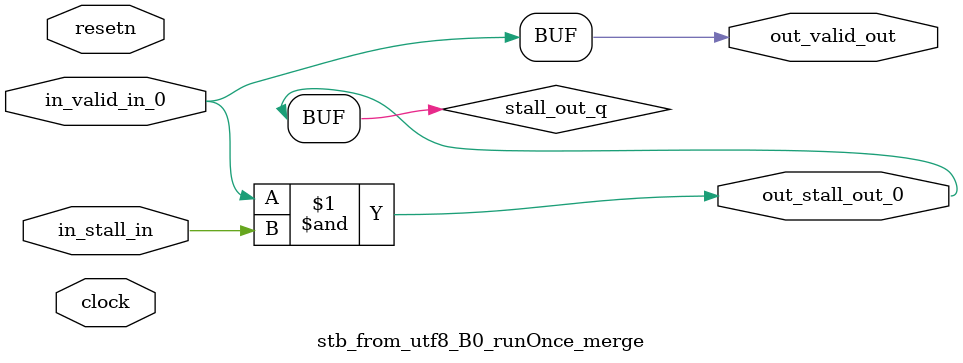
<source format=sv>



(* altera_attribute = "-name AUTO_SHIFT_REGISTER_RECOGNITION OFF; -name MESSAGE_DISABLE 10036; -name MESSAGE_DISABLE 10037; -name MESSAGE_DISABLE 14130; -name MESSAGE_DISABLE 14320; -name MESSAGE_DISABLE 15400; -name MESSAGE_DISABLE 14130; -name MESSAGE_DISABLE 10036; -name MESSAGE_DISABLE 12020; -name MESSAGE_DISABLE 12030; -name MESSAGE_DISABLE 12010; -name MESSAGE_DISABLE 12110; -name MESSAGE_DISABLE 14320; -name MESSAGE_DISABLE 13410; -name MESSAGE_DISABLE 113007; -name MESSAGE_DISABLE 10958" *)
module stb_from_utf8_B0_runOnce_merge (
    input wire [0:0] in_stall_in,
    input wire [0:0] in_valid_in_0,
    output wire [0:0] out_stall_out_0,
    output wire [0:0] out_valid_out,
    input wire clock,
    input wire resetn
    );

    wire [0:0] stall_out_q;


    // stall_out(LOGICAL,6)
    assign stall_out_q = in_valid_in_0 & in_stall_in;

    // out_stall_out_0(GPOUT,4)
    assign out_stall_out_0 = stall_out_q;

    // out_valid_out(GPOUT,5)
    assign out_valid_out = in_valid_in_0;

endmodule

</source>
